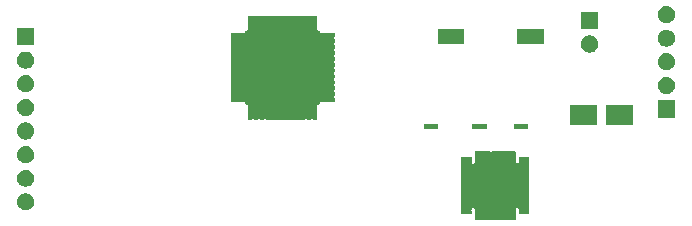
<source format=gbr>
G04 #@! TF.GenerationSoftware,KiCad,Pcbnew,5.1.5+dfsg1-2build2*
G04 #@! TF.CreationDate,2020-09-26T20:23:03-04:00*
G04 #@! TF.ProjectId,ece477,65636534-3737-42e6-9b69-6361645f7063,rev?*
G04 #@! TF.SameCoordinates,Original*
G04 #@! TF.FileFunction,Soldermask,Top*
G04 #@! TF.FilePolarity,Negative*
%FSLAX46Y46*%
G04 Gerber Fmt 4.6, Leading zero omitted, Abs format (unit mm)*
G04 Created by KiCad (PCBNEW 5.1.5+dfsg1-2build2) date 2020-09-26 20:23:03*
%MOMM*%
%LPD*%
G04 APERTURE LIST*
%ADD10C,0.100000*%
G04 APERTURE END LIST*
D10*
G36*
X129567189Y-119100018D02*
G01*
X129587749Y-119104107D01*
X129612253Y-119104107D01*
X129632812Y-119100018D01*
X129643143Y-119099000D01*
X129906857Y-119099000D01*
X129917189Y-119100018D01*
X129937749Y-119104107D01*
X129962253Y-119104107D01*
X129982812Y-119100018D01*
X129993143Y-119099000D01*
X130256857Y-119099000D01*
X130267189Y-119100018D01*
X130287749Y-119104107D01*
X130312253Y-119104107D01*
X130332812Y-119100018D01*
X130343143Y-119099000D01*
X130606857Y-119099000D01*
X130617189Y-119100018D01*
X130637749Y-119104107D01*
X130662253Y-119104107D01*
X130682812Y-119100018D01*
X130693143Y-119099000D01*
X130956857Y-119099000D01*
X130967189Y-119100018D01*
X130987749Y-119104107D01*
X131012253Y-119104107D01*
X131032812Y-119100018D01*
X131043143Y-119099000D01*
X131306857Y-119099000D01*
X131317189Y-119100018D01*
X131337749Y-119104107D01*
X131362253Y-119104107D01*
X131382812Y-119100018D01*
X131393143Y-119099000D01*
X131656857Y-119099000D01*
X131667189Y-119100018D01*
X131687749Y-119104107D01*
X131712253Y-119104107D01*
X131732812Y-119100018D01*
X131743143Y-119099000D01*
X132006857Y-119099000D01*
X132017189Y-119100018D01*
X132037749Y-119104107D01*
X132062253Y-119104107D01*
X132082812Y-119100018D01*
X132093143Y-119099000D01*
X132356857Y-119099000D01*
X132367189Y-119100018D01*
X132387749Y-119104107D01*
X132412253Y-119104107D01*
X132432812Y-119100018D01*
X132443143Y-119099000D01*
X132706857Y-119099000D01*
X132715416Y-119099843D01*
X132717745Y-119100550D01*
X132719887Y-119101695D01*
X132721765Y-119103235D01*
X132723305Y-119105113D01*
X132724450Y-119107255D01*
X132725157Y-119109584D01*
X132726000Y-119118143D01*
X132726000Y-119988000D01*
X132726121Y-119988000D01*
X132726120Y-120005123D01*
X132730899Y-120029157D01*
X132740274Y-120051796D01*
X132753887Y-120072171D01*
X132771212Y-120089500D01*
X132791586Y-120103115D01*
X132804018Y-120108264D01*
X132815078Y-120114176D01*
X132837717Y-120123553D01*
X132861750Y-120128333D01*
X132886254Y-120128333D01*
X132910287Y-120123552D01*
X132932926Y-120114175D01*
X132953300Y-120100561D01*
X132970627Y-120083234D01*
X132984241Y-120062859D01*
X132993618Y-120040220D01*
X132999000Y-120003936D01*
X132999000Y-119943143D01*
X133000018Y-119932811D01*
X133004107Y-119912251D01*
X133004107Y-119887747D01*
X133000018Y-119867188D01*
X132999000Y-119856857D01*
X132999000Y-119593143D01*
X132999843Y-119584584D01*
X133000550Y-119582255D01*
X133001695Y-119580113D01*
X133003235Y-119578235D01*
X133005113Y-119576695D01*
X133007255Y-119575550D01*
X133009584Y-119574843D01*
X133018143Y-119574000D01*
X133881857Y-119574000D01*
X133890416Y-119574843D01*
X133892745Y-119575550D01*
X133894887Y-119576695D01*
X133896765Y-119578235D01*
X133898305Y-119580113D01*
X133899450Y-119582255D01*
X133900157Y-119584584D01*
X133901000Y-119593143D01*
X133901000Y-119856857D01*
X133899982Y-119867189D01*
X133895893Y-119887749D01*
X133895893Y-119912253D01*
X133899982Y-119932812D01*
X133901000Y-119943143D01*
X133901000Y-120206857D01*
X133899982Y-120217189D01*
X133895893Y-120237749D01*
X133895893Y-120262253D01*
X133899982Y-120282812D01*
X133901000Y-120293143D01*
X133901000Y-120556857D01*
X133899982Y-120567189D01*
X133895893Y-120587749D01*
X133895893Y-120612253D01*
X133899982Y-120632812D01*
X133901000Y-120643143D01*
X133901000Y-120906857D01*
X133899982Y-120917189D01*
X133895893Y-120937749D01*
X133895893Y-120962253D01*
X133899982Y-120982812D01*
X133901000Y-120993143D01*
X133901000Y-121256857D01*
X133899982Y-121267189D01*
X133895893Y-121287749D01*
X133895893Y-121312253D01*
X133899982Y-121332812D01*
X133901000Y-121343143D01*
X133901000Y-121606857D01*
X133899982Y-121617189D01*
X133895893Y-121637749D01*
X133895893Y-121662253D01*
X133899982Y-121682812D01*
X133901000Y-121693143D01*
X133901000Y-121956857D01*
X133899982Y-121967189D01*
X133895893Y-121987749D01*
X133895893Y-122012253D01*
X133899982Y-122032812D01*
X133901000Y-122043143D01*
X133901000Y-122306857D01*
X133899982Y-122317189D01*
X133895893Y-122337749D01*
X133895893Y-122362253D01*
X133899982Y-122382812D01*
X133901000Y-122393143D01*
X133901000Y-122656857D01*
X133899982Y-122667189D01*
X133895893Y-122687749D01*
X133895893Y-122712253D01*
X133899982Y-122732812D01*
X133901000Y-122743143D01*
X133901000Y-123006857D01*
X133899982Y-123017189D01*
X133895893Y-123037749D01*
X133895893Y-123062253D01*
X133899982Y-123082812D01*
X133901000Y-123093143D01*
X133901000Y-123356857D01*
X133899982Y-123367189D01*
X133895893Y-123387749D01*
X133895893Y-123412253D01*
X133899982Y-123432812D01*
X133901000Y-123443143D01*
X133901000Y-123706857D01*
X133899982Y-123717189D01*
X133895893Y-123737749D01*
X133895893Y-123762253D01*
X133899982Y-123782812D01*
X133901000Y-123793143D01*
X133901000Y-124056857D01*
X133899982Y-124067189D01*
X133895893Y-124087749D01*
X133895893Y-124112253D01*
X133899982Y-124132812D01*
X133901000Y-124143143D01*
X133901000Y-124406857D01*
X133900157Y-124415416D01*
X133899450Y-124417745D01*
X133898305Y-124419887D01*
X133896765Y-124421765D01*
X133894887Y-124423305D01*
X133892745Y-124424450D01*
X133890416Y-124425157D01*
X133881857Y-124426000D01*
X133018143Y-124426000D01*
X133009584Y-124425157D01*
X133007255Y-124424450D01*
X133005113Y-124423305D01*
X133003235Y-124421765D01*
X133001695Y-124419887D01*
X133000550Y-124417745D01*
X132999843Y-124415416D01*
X132999000Y-124406857D01*
X132999000Y-124143143D01*
X133000018Y-124132811D01*
X133004107Y-124112251D01*
X133004107Y-124087747D01*
X133000018Y-124067188D01*
X132999000Y-124056857D01*
X132999000Y-123996064D01*
X132996598Y-123971678D01*
X132989485Y-123948229D01*
X132977934Y-123926618D01*
X132962389Y-123907676D01*
X132943447Y-123892131D01*
X132921836Y-123880580D01*
X132898387Y-123873467D01*
X132874001Y-123871065D01*
X132849615Y-123873467D01*
X132815078Y-123885824D01*
X132804024Y-123891732D01*
X132791599Y-123896878D01*
X132771224Y-123910491D01*
X132753896Y-123927817D01*
X132740282Y-123948190D01*
X132730903Y-123970829D01*
X132726122Y-123994862D01*
X132726122Y-124012000D01*
X132726000Y-124012000D01*
X132726000Y-124881857D01*
X132725157Y-124890416D01*
X132724450Y-124892745D01*
X132723305Y-124894887D01*
X132721765Y-124896765D01*
X132719887Y-124898305D01*
X132717745Y-124899450D01*
X132715416Y-124900157D01*
X132706857Y-124901000D01*
X132443143Y-124901000D01*
X132432811Y-124899982D01*
X132412251Y-124895893D01*
X132387747Y-124895893D01*
X132367188Y-124899982D01*
X132356857Y-124901000D01*
X132093143Y-124901000D01*
X132082811Y-124899982D01*
X132062251Y-124895893D01*
X132037747Y-124895893D01*
X132017188Y-124899982D01*
X132006857Y-124901000D01*
X131743143Y-124901000D01*
X131732811Y-124899982D01*
X131712251Y-124895893D01*
X131687747Y-124895893D01*
X131667188Y-124899982D01*
X131656857Y-124901000D01*
X131393143Y-124901000D01*
X131382811Y-124899982D01*
X131362251Y-124895893D01*
X131337747Y-124895893D01*
X131317188Y-124899982D01*
X131306857Y-124901000D01*
X131043143Y-124901000D01*
X131032811Y-124899982D01*
X131012251Y-124895893D01*
X130987747Y-124895893D01*
X130967188Y-124899982D01*
X130956857Y-124901000D01*
X130693143Y-124901000D01*
X130682811Y-124899982D01*
X130662251Y-124895893D01*
X130637747Y-124895893D01*
X130617188Y-124899982D01*
X130606857Y-124901000D01*
X130343143Y-124901000D01*
X130332811Y-124899982D01*
X130312251Y-124895893D01*
X130287747Y-124895893D01*
X130267188Y-124899982D01*
X130256857Y-124901000D01*
X129993143Y-124901000D01*
X129982811Y-124899982D01*
X129962251Y-124895893D01*
X129937747Y-124895893D01*
X129917188Y-124899982D01*
X129906857Y-124901000D01*
X129643143Y-124901000D01*
X129632811Y-124899982D01*
X129612251Y-124895893D01*
X129587747Y-124895893D01*
X129567188Y-124899982D01*
X129556857Y-124901000D01*
X129293143Y-124901000D01*
X129284584Y-124900157D01*
X129282255Y-124899450D01*
X129280113Y-124898305D01*
X129278235Y-124896765D01*
X129276695Y-124894887D01*
X129275550Y-124892745D01*
X129274843Y-124890416D01*
X129274000Y-124881857D01*
X129274000Y-124012000D01*
X129273879Y-124012000D01*
X129273880Y-123994877D01*
X129269101Y-123970843D01*
X129259726Y-123948204D01*
X129246113Y-123927829D01*
X129228788Y-123910500D01*
X129208414Y-123896885D01*
X129195982Y-123891736D01*
X129184922Y-123885824D01*
X129162283Y-123876447D01*
X129138250Y-123871667D01*
X129113746Y-123871667D01*
X129089713Y-123876448D01*
X129067074Y-123885825D01*
X129046700Y-123899439D01*
X129029373Y-123916766D01*
X129015759Y-123937141D01*
X129006382Y-123959780D01*
X129001000Y-123996064D01*
X129001000Y-124056857D01*
X128999982Y-124067189D01*
X128995893Y-124087749D01*
X128995893Y-124112253D01*
X128999982Y-124132812D01*
X129001000Y-124143143D01*
X129001000Y-124406857D01*
X129000157Y-124415416D01*
X128999450Y-124417745D01*
X128998305Y-124419887D01*
X128996765Y-124421765D01*
X128994887Y-124423305D01*
X128992745Y-124424450D01*
X128990416Y-124425157D01*
X128981857Y-124426000D01*
X128118143Y-124426000D01*
X128109584Y-124425157D01*
X128107255Y-124424450D01*
X128105113Y-124423305D01*
X128103235Y-124421765D01*
X128101695Y-124419887D01*
X128100550Y-124417745D01*
X128099843Y-124415416D01*
X128099000Y-124406857D01*
X128099000Y-124143143D01*
X128100018Y-124132811D01*
X128104107Y-124112251D01*
X128104107Y-124087747D01*
X128100018Y-124067188D01*
X128099000Y-124056857D01*
X128099000Y-123793143D01*
X128100018Y-123782811D01*
X128104107Y-123762251D01*
X128104107Y-123737747D01*
X128100018Y-123717188D01*
X128099000Y-123706857D01*
X128099000Y-123443143D01*
X128100018Y-123432811D01*
X128104107Y-123412251D01*
X128104107Y-123387747D01*
X128100018Y-123367188D01*
X128099000Y-123356857D01*
X128099000Y-123093143D01*
X128100018Y-123082811D01*
X128104107Y-123062251D01*
X128104107Y-123037747D01*
X128100018Y-123017188D01*
X128099000Y-123006857D01*
X128099000Y-122743143D01*
X128100018Y-122732811D01*
X128104107Y-122712251D01*
X128104107Y-122687747D01*
X128100018Y-122667188D01*
X128099000Y-122656857D01*
X128099000Y-122393143D01*
X128100018Y-122382811D01*
X128104107Y-122362251D01*
X128104107Y-122337747D01*
X128100018Y-122317188D01*
X128099000Y-122306857D01*
X128099000Y-122043143D01*
X128100018Y-122032811D01*
X128104107Y-122012251D01*
X128104107Y-121987747D01*
X128100018Y-121967188D01*
X128099000Y-121956857D01*
X128099000Y-121693143D01*
X128100018Y-121682811D01*
X128104107Y-121662251D01*
X128104107Y-121637747D01*
X128100018Y-121617188D01*
X128099000Y-121606857D01*
X128099000Y-121343143D01*
X128100018Y-121332811D01*
X128104107Y-121312251D01*
X128104107Y-121287747D01*
X128100018Y-121267188D01*
X128099000Y-121256857D01*
X128099000Y-120993143D01*
X128100018Y-120982811D01*
X128104107Y-120962251D01*
X128104107Y-120937747D01*
X128100018Y-120917188D01*
X128099000Y-120906857D01*
X128099000Y-120643143D01*
X128100018Y-120632811D01*
X128104107Y-120612251D01*
X128104107Y-120587747D01*
X128100018Y-120567188D01*
X128099000Y-120556857D01*
X128099000Y-120293143D01*
X128100018Y-120282811D01*
X128104107Y-120262251D01*
X128104107Y-120237747D01*
X128100018Y-120217188D01*
X128099000Y-120206857D01*
X128099000Y-119943143D01*
X128100018Y-119932811D01*
X128104107Y-119912251D01*
X128104107Y-119887747D01*
X128100018Y-119867188D01*
X128099000Y-119856857D01*
X128099000Y-119593143D01*
X128099843Y-119584584D01*
X128100550Y-119582255D01*
X128101695Y-119580113D01*
X128103235Y-119578235D01*
X128105113Y-119576695D01*
X128107255Y-119575550D01*
X128109584Y-119574843D01*
X128118143Y-119574000D01*
X128981857Y-119574000D01*
X128990416Y-119574843D01*
X128992745Y-119575550D01*
X128994887Y-119576695D01*
X128996765Y-119578235D01*
X128998305Y-119580113D01*
X128999450Y-119582255D01*
X129000157Y-119584584D01*
X129001000Y-119593143D01*
X129001000Y-119856857D01*
X128999982Y-119867189D01*
X128995893Y-119887749D01*
X128995893Y-119912253D01*
X128999982Y-119932812D01*
X129001000Y-119943143D01*
X129001000Y-120003936D01*
X129003402Y-120028322D01*
X129010515Y-120051771D01*
X129022066Y-120073382D01*
X129037611Y-120092324D01*
X129056553Y-120107869D01*
X129078164Y-120119420D01*
X129101613Y-120126533D01*
X129125999Y-120128935D01*
X129150385Y-120126533D01*
X129184922Y-120114176D01*
X129195976Y-120108268D01*
X129208401Y-120103122D01*
X129228776Y-120089509D01*
X129246104Y-120072183D01*
X129259718Y-120051810D01*
X129269097Y-120029171D01*
X129273878Y-120005138D01*
X129273878Y-119988000D01*
X129274000Y-119988000D01*
X129274000Y-119118143D01*
X129274843Y-119109584D01*
X129275550Y-119107255D01*
X129276695Y-119105113D01*
X129278235Y-119103235D01*
X129280113Y-119101695D01*
X129282255Y-119100550D01*
X129284584Y-119099843D01*
X129293143Y-119099000D01*
X129556857Y-119099000D01*
X129567189Y-119100018D01*
G37*
G36*
X91461766Y-122661899D02*
G01*
X91593888Y-122716626D01*
X91593890Y-122716627D01*
X91712798Y-122796079D01*
X91813921Y-122897202D01*
X91887190Y-123006857D01*
X91893374Y-123016112D01*
X91948101Y-123148234D01*
X91976000Y-123288494D01*
X91976000Y-123431506D01*
X91948101Y-123571766D01*
X91918136Y-123644107D01*
X91893373Y-123703890D01*
X91813921Y-123822798D01*
X91712798Y-123923921D01*
X91593890Y-124003373D01*
X91593889Y-124003374D01*
X91593888Y-124003374D01*
X91461766Y-124058101D01*
X91321506Y-124086000D01*
X91178494Y-124086000D01*
X91038234Y-124058101D01*
X90906112Y-124003374D01*
X90906111Y-124003374D01*
X90906110Y-124003373D01*
X90787202Y-123923921D01*
X90686079Y-123822798D01*
X90606627Y-123703890D01*
X90581864Y-123644107D01*
X90551899Y-123571766D01*
X90524000Y-123431506D01*
X90524000Y-123288494D01*
X90551899Y-123148234D01*
X90606626Y-123016112D01*
X90612810Y-123006857D01*
X90686079Y-122897202D01*
X90787202Y-122796079D01*
X90906110Y-122716627D01*
X90906112Y-122716626D01*
X91038234Y-122661899D01*
X91178494Y-122634000D01*
X91321506Y-122634000D01*
X91461766Y-122661899D01*
G37*
G36*
X91461766Y-120661899D02*
G01*
X91593888Y-120716626D01*
X91593890Y-120716627D01*
X91712798Y-120796079D01*
X91813921Y-120897202D01*
X91865236Y-120974000D01*
X91893374Y-121016112D01*
X91948101Y-121148234D01*
X91976000Y-121288494D01*
X91976000Y-121431506D01*
X91948101Y-121571766D01*
X91893374Y-121703888D01*
X91893373Y-121703890D01*
X91813921Y-121822798D01*
X91712798Y-121923921D01*
X91593890Y-122003373D01*
X91593889Y-122003374D01*
X91593888Y-122003374D01*
X91461766Y-122058101D01*
X91321506Y-122086000D01*
X91178494Y-122086000D01*
X91038234Y-122058101D01*
X90906112Y-122003374D01*
X90906111Y-122003374D01*
X90906110Y-122003373D01*
X90787202Y-121923921D01*
X90686079Y-121822798D01*
X90606627Y-121703890D01*
X90606626Y-121703888D01*
X90551899Y-121571766D01*
X90524000Y-121431506D01*
X90524000Y-121288494D01*
X90551899Y-121148234D01*
X90606626Y-121016112D01*
X90634764Y-120974000D01*
X90686079Y-120897202D01*
X90787202Y-120796079D01*
X90906110Y-120716627D01*
X90906112Y-120716626D01*
X91038234Y-120661899D01*
X91178494Y-120634000D01*
X91321506Y-120634000D01*
X91461766Y-120661899D01*
G37*
G36*
X91461766Y-118661899D02*
G01*
X91593888Y-118716626D01*
X91593890Y-118716627D01*
X91712798Y-118796079D01*
X91813921Y-118897202D01*
X91813922Y-118897204D01*
X91893374Y-119016112D01*
X91948101Y-119148234D01*
X91976000Y-119288494D01*
X91976000Y-119431506D01*
X91948101Y-119571766D01*
X91927870Y-119620607D01*
X91893373Y-119703890D01*
X91813921Y-119822798D01*
X91712798Y-119923921D01*
X91593890Y-120003373D01*
X91593889Y-120003374D01*
X91593888Y-120003374D01*
X91461766Y-120058101D01*
X91321506Y-120086000D01*
X91178494Y-120086000D01*
X91038234Y-120058101D01*
X90906112Y-120003374D01*
X90906111Y-120003374D01*
X90906110Y-120003373D01*
X90787202Y-119923921D01*
X90686079Y-119822798D01*
X90606627Y-119703890D01*
X90572130Y-119620607D01*
X90551899Y-119571766D01*
X90524000Y-119431506D01*
X90524000Y-119288494D01*
X90551899Y-119148234D01*
X90606626Y-119016112D01*
X90686078Y-118897204D01*
X90686079Y-118897202D01*
X90787202Y-118796079D01*
X90906110Y-118716627D01*
X90906112Y-118716626D01*
X91038234Y-118661899D01*
X91178494Y-118634000D01*
X91321506Y-118634000D01*
X91461766Y-118661899D01*
G37*
G36*
X91461766Y-116661899D02*
G01*
X91593888Y-116716626D01*
X91593890Y-116716627D01*
X91712798Y-116796079D01*
X91813921Y-116897202D01*
X91813922Y-116897204D01*
X91893374Y-117016112D01*
X91948101Y-117148234D01*
X91976000Y-117288494D01*
X91976000Y-117431506D01*
X91948101Y-117571766D01*
X91893374Y-117703888D01*
X91893373Y-117703890D01*
X91813921Y-117822798D01*
X91712798Y-117923921D01*
X91593890Y-118003373D01*
X91593889Y-118003374D01*
X91593888Y-118003374D01*
X91461766Y-118058101D01*
X91321506Y-118086000D01*
X91178494Y-118086000D01*
X91038234Y-118058101D01*
X90906112Y-118003374D01*
X90906111Y-118003374D01*
X90906110Y-118003373D01*
X90787202Y-117923921D01*
X90686079Y-117822798D01*
X90606627Y-117703890D01*
X90606626Y-117703888D01*
X90551899Y-117571766D01*
X90524000Y-117431506D01*
X90524000Y-117288494D01*
X90551899Y-117148234D01*
X90606626Y-117016112D01*
X90686078Y-116897204D01*
X90686079Y-116897202D01*
X90787202Y-116796079D01*
X90906110Y-116716627D01*
X90906112Y-116716626D01*
X91038234Y-116661899D01*
X91178494Y-116634000D01*
X91321506Y-116634000D01*
X91461766Y-116661899D01*
G37*
G36*
X133070170Y-116730803D02*
G01*
X133081877Y-116734355D01*
X133101077Y-116744617D01*
X133123716Y-116753994D01*
X133147749Y-116758774D01*
X133172253Y-116758774D01*
X133196286Y-116753993D01*
X133218923Y-116744617D01*
X133238123Y-116734355D01*
X133249830Y-116730803D01*
X133268138Y-116729000D01*
X133691862Y-116729000D01*
X133710170Y-116730803D01*
X133721875Y-116734354D01*
X133732665Y-116740121D01*
X133742119Y-116747881D01*
X133749879Y-116757335D01*
X133755646Y-116768125D01*
X133759197Y-116779830D01*
X133761000Y-116798138D01*
X133761000Y-117161862D01*
X133759197Y-117180170D01*
X133755646Y-117191875D01*
X133749879Y-117202665D01*
X133742119Y-117212119D01*
X133732665Y-117219879D01*
X133721875Y-117225646D01*
X133710170Y-117229197D01*
X133691862Y-117231000D01*
X133268138Y-117231000D01*
X133249830Y-117229197D01*
X133238123Y-117225645D01*
X133218923Y-117215383D01*
X133196284Y-117206006D01*
X133172251Y-117201226D01*
X133147747Y-117201226D01*
X133123714Y-117206007D01*
X133101077Y-117215383D01*
X133081877Y-117225645D01*
X133070170Y-117229197D01*
X133051862Y-117231000D01*
X132628138Y-117231000D01*
X132609830Y-117229197D01*
X132598125Y-117225646D01*
X132587335Y-117219879D01*
X132577881Y-117212119D01*
X132570121Y-117202665D01*
X132564354Y-117191875D01*
X132560803Y-117180170D01*
X132559000Y-117161862D01*
X132559000Y-116798138D01*
X132560803Y-116779830D01*
X132564354Y-116768125D01*
X132570121Y-116757335D01*
X132577881Y-116747881D01*
X132587335Y-116740121D01*
X132598125Y-116734354D01*
X132609830Y-116730803D01*
X132628138Y-116729000D01*
X133051862Y-116729000D01*
X133070170Y-116730803D01*
G37*
G36*
X129580170Y-116730803D02*
G01*
X129591877Y-116734355D01*
X129611077Y-116744617D01*
X129633716Y-116753994D01*
X129657749Y-116758774D01*
X129682253Y-116758774D01*
X129706286Y-116753993D01*
X129728923Y-116744617D01*
X129748123Y-116734355D01*
X129759830Y-116730803D01*
X129778138Y-116729000D01*
X130201862Y-116729000D01*
X130220170Y-116730803D01*
X130231875Y-116734354D01*
X130242665Y-116740121D01*
X130252119Y-116747881D01*
X130259879Y-116757335D01*
X130265646Y-116768125D01*
X130269197Y-116779830D01*
X130271000Y-116798138D01*
X130271000Y-117161862D01*
X130269197Y-117180170D01*
X130265646Y-117191875D01*
X130259879Y-117202665D01*
X130252119Y-117212119D01*
X130242665Y-117219879D01*
X130231875Y-117225646D01*
X130220170Y-117229197D01*
X130201862Y-117231000D01*
X129778138Y-117231000D01*
X129759830Y-117229197D01*
X129748123Y-117225645D01*
X129728923Y-117215383D01*
X129706284Y-117206006D01*
X129682251Y-117201226D01*
X129657747Y-117201226D01*
X129633714Y-117206007D01*
X129611077Y-117215383D01*
X129591877Y-117225645D01*
X129580170Y-117229197D01*
X129561862Y-117231000D01*
X129138138Y-117231000D01*
X129119830Y-117229197D01*
X129108125Y-117225646D01*
X129097335Y-117219879D01*
X129087881Y-117212119D01*
X129080121Y-117202665D01*
X129074354Y-117191875D01*
X129070803Y-117180170D01*
X129069000Y-117161862D01*
X129069000Y-116798138D01*
X129070803Y-116779830D01*
X129074354Y-116768125D01*
X129080121Y-116757335D01*
X129087881Y-116747881D01*
X129097335Y-116740121D01*
X129108125Y-116734354D01*
X129119830Y-116730803D01*
X129138138Y-116729000D01*
X129561862Y-116729000D01*
X129580170Y-116730803D01*
G37*
G36*
X125450170Y-116730803D02*
G01*
X125461877Y-116734355D01*
X125481077Y-116744617D01*
X125503716Y-116753994D01*
X125527749Y-116758774D01*
X125552253Y-116758774D01*
X125576286Y-116753993D01*
X125598923Y-116744617D01*
X125618123Y-116734355D01*
X125629830Y-116730803D01*
X125648138Y-116729000D01*
X126071862Y-116729000D01*
X126090170Y-116730803D01*
X126101875Y-116734354D01*
X126112665Y-116740121D01*
X126122119Y-116747881D01*
X126129879Y-116757335D01*
X126135646Y-116768125D01*
X126139197Y-116779830D01*
X126141000Y-116798138D01*
X126141000Y-117161862D01*
X126139197Y-117180170D01*
X126135646Y-117191875D01*
X126129879Y-117202665D01*
X126122119Y-117212119D01*
X126112665Y-117219879D01*
X126101875Y-117225646D01*
X126090170Y-117229197D01*
X126071862Y-117231000D01*
X125648138Y-117231000D01*
X125629830Y-117229197D01*
X125618123Y-117225645D01*
X125598923Y-117215383D01*
X125576284Y-117206006D01*
X125552251Y-117201226D01*
X125527747Y-117201226D01*
X125503714Y-117206007D01*
X125481077Y-117215383D01*
X125461877Y-117225645D01*
X125450170Y-117229197D01*
X125431862Y-117231000D01*
X125008138Y-117231000D01*
X124989830Y-117229197D01*
X124978125Y-117225646D01*
X124967335Y-117219879D01*
X124957881Y-117212119D01*
X124950121Y-117202665D01*
X124944354Y-117191875D01*
X124940803Y-117180170D01*
X124939000Y-117161862D01*
X124939000Y-116798138D01*
X124940803Y-116779830D01*
X124944354Y-116768125D01*
X124950121Y-116757335D01*
X124957881Y-116747881D01*
X124967335Y-116740121D01*
X124978125Y-116734354D01*
X124989830Y-116730803D01*
X125008138Y-116729000D01*
X125431862Y-116729000D01*
X125450170Y-116730803D01*
G37*
G36*
X139651000Y-116851000D02*
G01*
X137349000Y-116851000D01*
X137349000Y-115149000D01*
X139651000Y-115149000D01*
X139651000Y-116851000D01*
G37*
G36*
X142651000Y-116851000D02*
G01*
X140349000Y-116851000D01*
X140349000Y-115149000D01*
X142651000Y-115149000D01*
X142651000Y-116851000D01*
G37*
G36*
X110405355Y-107600083D02*
G01*
X110410029Y-107601501D01*
X110414330Y-107603800D01*
X110420702Y-107609029D01*
X110441076Y-107622643D01*
X110463715Y-107632020D01*
X110487749Y-107636800D01*
X110512253Y-107636800D01*
X110536286Y-107632019D01*
X110558925Y-107622642D01*
X110579298Y-107609029D01*
X110585670Y-107603800D01*
X110589971Y-107601501D01*
X110594645Y-107600083D01*
X110605641Y-107599000D01*
X110894359Y-107599000D01*
X110905355Y-107600083D01*
X110910029Y-107601501D01*
X110914330Y-107603800D01*
X110920702Y-107609029D01*
X110941076Y-107622643D01*
X110963715Y-107632020D01*
X110987749Y-107636800D01*
X111012253Y-107636800D01*
X111036286Y-107632019D01*
X111058925Y-107622642D01*
X111079298Y-107609029D01*
X111085670Y-107603800D01*
X111089971Y-107601501D01*
X111094645Y-107600083D01*
X111105641Y-107599000D01*
X111394359Y-107599000D01*
X111405355Y-107600083D01*
X111410029Y-107601501D01*
X111414330Y-107603800D01*
X111420702Y-107609029D01*
X111441076Y-107622643D01*
X111463715Y-107632020D01*
X111487749Y-107636800D01*
X111512253Y-107636800D01*
X111536286Y-107632019D01*
X111558925Y-107622642D01*
X111579298Y-107609029D01*
X111585670Y-107603800D01*
X111589971Y-107601501D01*
X111594645Y-107600083D01*
X111605641Y-107599000D01*
X111894359Y-107599000D01*
X111905355Y-107600083D01*
X111910029Y-107601501D01*
X111914330Y-107603800D01*
X111920702Y-107609029D01*
X111941076Y-107622643D01*
X111963715Y-107632020D01*
X111987749Y-107636800D01*
X112012253Y-107636800D01*
X112036286Y-107632019D01*
X112058925Y-107622642D01*
X112079298Y-107609029D01*
X112085670Y-107603800D01*
X112089971Y-107601501D01*
X112094645Y-107600083D01*
X112105641Y-107599000D01*
X112394359Y-107599000D01*
X112405355Y-107600083D01*
X112410029Y-107601501D01*
X112414330Y-107603800D01*
X112420702Y-107609029D01*
X112441076Y-107622643D01*
X112463715Y-107632020D01*
X112487749Y-107636800D01*
X112512253Y-107636800D01*
X112536286Y-107632019D01*
X112558925Y-107622642D01*
X112579298Y-107609029D01*
X112585670Y-107603800D01*
X112589971Y-107601501D01*
X112594645Y-107600083D01*
X112605641Y-107599000D01*
X112894359Y-107599000D01*
X112905355Y-107600083D01*
X112910029Y-107601501D01*
X112914330Y-107603800D01*
X112920702Y-107609029D01*
X112941076Y-107622643D01*
X112963715Y-107632020D01*
X112987749Y-107636800D01*
X113012253Y-107636800D01*
X113036286Y-107632019D01*
X113058925Y-107622642D01*
X113079298Y-107609029D01*
X113085670Y-107603800D01*
X113089971Y-107601501D01*
X113094645Y-107600083D01*
X113105641Y-107599000D01*
X113394359Y-107599000D01*
X113405355Y-107600083D01*
X113410029Y-107601501D01*
X113414330Y-107603800D01*
X113420702Y-107609029D01*
X113441076Y-107622643D01*
X113463715Y-107632020D01*
X113487749Y-107636800D01*
X113512253Y-107636800D01*
X113536286Y-107632019D01*
X113558925Y-107622642D01*
X113579298Y-107609029D01*
X113585670Y-107603800D01*
X113589971Y-107601501D01*
X113594645Y-107600083D01*
X113605641Y-107599000D01*
X113894359Y-107599000D01*
X113905355Y-107600083D01*
X113910029Y-107601501D01*
X113914330Y-107603800D01*
X113920702Y-107609029D01*
X113941076Y-107622643D01*
X113963715Y-107632020D01*
X113987749Y-107636800D01*
X114012253Y-107636800D01*
X114036286Y-107632019D01*
X114058925Y-107622642D01*
X114079298Y-107609029D01*
X114085670Y-107603800D01*
X114089971Y-107601501D01*
X114094645Y-107600083D01*
X114105641Y-107599000D01*
X114394359Y-107599000D01*
X114405355Y-107600083D01*
X114410029Y-107601501D01*
X114414330Y-107603800D01*
X114420702Y-107609029D01*
X114441076Y-107622643D01*
X114463715Y-107632020D01*
X114487749Y-107636800D01*
X114512253Y-107636800D01*
X114536286Y-107632019D01*
X114558925Y-107622642D01*
X114579298Y-107609029D01*
X114585670Y-107603800D01*
X114589971Y-107601501D01*
X114594645Y-107600083D01*
X114605641Y-107599000D01*
X114894359Y-107599000D01*
X114905355Y-107600083D01*
X114910029Y-107601501D01*
X114914330Y-107603800D01*
X114920702Y-107609029D01*
X114941076Y-107622643D01*
X114963715Y-107632020D01*
X114987749Y-107636800D01*
X115012253Y-107636800D01*
X115036286Y-107632019D01*
X115058925Y-107622642D01*
X115079298Y-107609029D01*
X115085670Y-107603800D01*
X115089971Y-107601501D01*
X115094645Y-107600083D01*
X115105641Y-107599000D01*
X115394359Y-107599000D01*
X115405355Y-107600083D01*
X115410029Y-107601501D01*
X115414330Y-107603800D01*
X115420702Y-107609029D01*
X115441076Y-107622643D01*
X115463715Y-107632020D01*
X115487749Y-107636800D01*
X115512253Y-107636800D01*
X115536286Y-107632019D01*
X115558925Y-107622642D01*
X115579298Y-107609029D01*
X115585670Y-107603800D01*
X115589971Y-107601501D01*
X115594645Y-107600083D01*
X115605641Y-107599000D01*
X115894359Y-107599000D01*
X115905355Y-107600083D01*
X115910029Y-107601501D01*
X115914331Y-107603800D01*
X115918104Y-107606896D01*
X115921200Y-107610669D01*
X115923499Y-107614971D01*
X115924917Y-107619645D01*
X115926000Y-107630641D01*
X115926000Y-108619359D01*
X115924917Y-108630355D01*
X115923499Y-108635029D01*
X115921200Y-108639330D01*
X115916671Y-108644849D01*
X115903057Y-108665223D01*
X115893680Y-108687862D01*
X115888899Y-108711895D01*
X115888899Y-108736400D01*
X115893679Y-108760433D01*
X115903057Y-108783072D01*
X115916670Y-108803446D01*
X115933997Y-108820773D01*
X115954371Y-108834387D01*
X115977010Y-108843764D01*
X116001045Y-108848545D01*
X116038840Y-108852267D01*
X116064836Y-108860153D01*
X116088803Y-108872964D01*
X116109803Y-108890197D01*
X116127036Y-108911197D01*
X116139847Y-108935164D01*
X116147733Y-108961160D01*
X116151455Y-108998955D01*
X116156235Y-109022988D01*
X116165612Y-109045627D01*
X116179226Y-109066002D01*
X116196553Y-109083329D01*
X116216927Y-109096943D01*
X116239566Y-109106320D01*
X116263599Y-109111101D01*
X116288103Y-109111101D01*
X116312136Y-109106321D01*
X116334775Y-109096944D01*
X116355151Y-109083329D01*
X116360670Y-109078800D01*
X116364971Y-109076501D01*
X116369645Y-109075083D01*
X116380641Y-109074000D01*
X117369359Y-109074000D01*
X117380355Y-109075083D01*
X117385029Y-109076501D01*
X117389331Y-109078800D01*
X117393104Y-109081896D01*
X117396200Y-109085669D01*
X117398499Y-109089971D01*
X117399917Y-109094645D01*
X117401000Y-109105641D01*
X117401000Y-109394359D01*
X117399917Y-109405355D01*
X117398499Y-109410029D01*
X117396200Y-109414330D01*
X117390971Y-109420702D01*
X117377357Y-109441076D01*
X117367980Y-109463715D01*
X117363200Y-109487749D01*
X117363200Y-109512253D01*
X117367981Y-109536286D01*
X117377358Y-109558925D01*
X117390971Y-109579298D01*
X117396200Y-109585670D01*
X117398499Y-109589971D01*
X117399917Y-109594645D01*
X117401000Y-109605641D01*
X117401000Y-109894359D01*
X117399917Y-109905355D01*
X117398499Y-109910029D01*
X117396200Y-109914330D01*
X117390971Y-109920702D01*
X117377357Y-109941076D01*
X117367980Y-109963715D01*
X117363200Y-109987749D01*
X117363200Y-110012253D01*
X117367981Y-110036286D01*
X117377358Y-110058925D01*
X117390971Y-110079298D01*
X117396200Y-110085670D01*
X117398499Y-110089971D01*
X117399917Y-110094645D01*
X117401000Y-110105641D01*
X117401000Y-110394359D01*
X117399917Y-110405355D01*
X117398499Y-110410029D01*
X117396200Y-110414330D01*
X117390971Y-110420702D01*
X117377357Y-110441076D01*
X117367980Y-110463715D01*
X117363200Y-110487749D01*
X117363200Y-110512253D01*
X117367981Y-110536286D01*
X117377358Y-110558925D01*
X117390971Y-110579298D01*
X117396200Y-110585670D01*
X117398499Y-110589971D01*
X117399917Y-110594645D01*
X117401000Y-110605641D01*
X117401000Y-110894359D01*
X117399917Y-110905355D01*
X117398499Y-110910029D01*
X117396200Y-110914330D01*
X117390971Y-110920702D01*
X117377357Y-110941076D01*
X117367980Y-110963715D01*
X117363200Y-110987749D01*
X117363200Y-111012253D01*
X117367981Y-111036286D01*
X117377358Y-111058925D01*
X117390971Y-111079298D01*
X117396200Y-111085670D01*
X117398499Y-111089971D01*
X117399917Y-111094645D01*
X117401000Y-111105641D01*
X117401000Y-111394359D01*
X117399917Y-111405355D01*
X117398499Y-111410029D01*
X117396200Y-111414330D01*
X117390971Y-111420702D01*
X117377357Y-111441076D01*
X117367980Y-111463715D01*
X117363200Y-111487749D01*
X117363200Y-111512253D01*
X117367981Y-111536286D01*
X117377358Y-111558925D01*
X117390971Y-111579298D01*
X117396200Y-111585670D01*
X117398499Y-111589971D01*
X117399917Y-111594645D01*
X117401000Y-111605641D01*
X117401000Y-111894359D01*
X117399917Y-111905355D01*
X117398499Y-111910029D01*
X117396200Y-111914330D01*
X117390971Y-111920702D01*
X117377357Y-111941076D01*
X117367980Y-111963715D01*
X117363200Y-111987749D01*
X117363200Y-112012253D01*
X117367981Y-112036286D01*
X117377358Y-112058925D01*
X117390971Y-112079298D01*
X117396200Y-112085670D01*
X117398499Y-112089971D01*
X117399917Y-112094645D01*
X117401000Y-112105641D01*
X117401000Y-112394359D01*
X117399917Y-112405355D01*
X117398499Y-112410029D01*
X117396200Y-112414330D01*
X117390971Y-112420702D01*
X117377357Y-112441076D01*
X117367980Y-112463715D01*
X117363200Y-112487749D01*
X117363200Y-112512253D01*
X117367981Y-112536286D01*
X117377358Y-112558925D01*
X117390971Y-112579298D01*
X117396200Y-112585670D01*
X117398499Y-112589971D01*
X117399917Y-112594645D01*
X117401000Y-112605641D01*
X117401000Y-112894359D01*
X117399917Y-112905355D01*
X117398499Y-112910029D01*
X117396200Y-112914330D01*
X117390971Y-112920702D01*
X117377357Y-112941076D01*
X117367980Y-112963715D01*
X117363200Y-112987749D01*
X117363200Y-113012253D01*
X117367981Y-113036286D01*
X117377358Y-113058925D01*
X117390971Y-113079298D01*
X117396200Y-113085670D01*
X117398499Y-113089971D01*
X117399917Y-113094645D01*
X117401000Y-113105641D01*
X117401000Y-113394359D01*
X117399917Y-113405355D01*
X117398499Y-113410029D01*
X117396200Y-113414330D01*
X117390971Y-113420702D01*
X117377357Y-113441076D01*
X117367980Y-113463715D01*
X117363200Y-113487749D01*
X117363200Y-113512253D01*
X117367981Y-113536286D01*
X117377358Y-113558925D01*
X117390971Y-113579298D01*
X117396200Y-113585670D01*
X117398499Y-113589971D01*
X117399917Y-113594645D01*
X117401000Y-113605641D01*
X117401000Y-113894359D01*
X117399917Y-113905355D01*
X117398499Y-113910029D01*
X117396200Y-113914330D01*
X117390971Y-113920702D01*
X117377357Y-113941076D01*
X117367980Y-113963715D01*
X117363200Y-113987749D01*
X117363200Y-114012253D01*
X117367981Y-114036286D01*
X117377358Y-114058925D01*
X117390971Y-114079298D01*
X117396200Y-114085670D01*
X117398499Y-114089971D01*
X117399917Y-114094645D01*
X117401000Y-114105641D01*
X117401000Y-114394359D01*
X117399917Y-114405355D01*
X117398499Y-114410029D01*
X117396200Y-114414330D01*
X117390971Y-114420702D01*
X117377357Y-114441076D01*
X117367980Y-114463715D01*
X117363200Y-114487749D01*
X117363200Y-114512253D01*
X117367981Y-114536286D01*
X117377358Y-114558925D01*
X117390971Y-114579298D01*
X117396200Y-114585670D01*
X117398499Y-114589971D01*
X117399917Y-114594645D01*
X117401000Y-114605641D01*
X117401000Y-114894359D01*
X117399917Y-114905355D01*
X117398499Y-114910029D01*
X117396200Y-114914331D01*
X117393104Y-114918104D01*
X117389331Y-114921200D01*
X117385029Y-114923499D01*
X117380355Y-114924917D01*
X117369359Y-114926000D01*
X116380641Y-114926000D01*
X116369645Y-114924917D01*
X116364971Y-114923499D01*
X116360670Y-114921200D01*
X116355151Y-114916671D01*
X116334777Y-114903057D01*
X116312138Y-114893680D01*
X116288105Y-114888899D01*
X116263600Y-114888899D01*
X116239567Y-114893679D01*
X116216928Y-114903057D01*
X116196554Y-114916670D01*
X116179227Y-114933997D01*
X116165613Y-114954371D01*
X116156236Y-114977010D01*
X116151455Y-115001045D01*
X116147733Y-115038840D01*
X116139847Y-115064836D01*
X116127036Y-115088803D01*
X116109803Y-115109803D01*
X116088803Y-115127036D01*
X116064836Y-115139847D01*
X116038840Y-115147733D01*
X116001045Y-115151455D01*
X115977012Y-115156235D01*
X115954373Y-115165612D01*
X115933998Y-115179226D01*
X115916671Y-115196553D01*
X115903057Y-115216927D01*
X115893680Y-115239566D01*
X115888899Y-115263599D01*
X115888899Y-115288103D01*
X115893679Y-115312136D01*
X115903056Y-115334775D01*
X115916671Y-115355151D01*
X115921200Y-115360670D01*
X115923499Y-115364971D01*
X115924917Y-115369645D01*
X115926000Y-115380641D01*
X115926000Y-116369359D01*
X115924917Y-116380355D01*
X115923499Y-116385029D01*
X115921200Y-116389331D01*
X115918104Y-116393104D01*
X115914331Y-116396200D01*
X115910029Y-116398499D01*
X115905355Y-116399917D01*
X115894359Y-116401000D01*
X115605641Y-116401000D01*
X115594645Y-116399917D01*
X115589971Y-116398499D01*
X115585670Y-116396200D01*
X115579298Y-116390971D01*
X115558924Y-116377357D01*
X115536285Y-116367980D01*
X115512251Y-116363200D01*
X115487747Y-116363200D01*
X115463714Y-116367981D01*
X115441075Y-116377358D01*
X115420702Y-116390971D01*
X115414330Y-116396200D01*
X115410029Y-116398499D01*
X115405355Y-116399917D01*
X115394359Y-116401000D01*
X115105641Y-116401000D01*
X115094645Y-116399917D01*
X115089971Y-116398499D01*
X115085670Y-116396200D01*
X115079298Y-116390971D01*
X115058924Y-116377357D01*
X115036285Y-116367980D01*
X115012251Y-116363200D01*
X114987747Y-116363200D01*
X114963714Y-116367981D01*
X114941075Y-116377358D01*
X114920702Y-116390971D01*
X114914330Y-116396200D01*
X114910029Y-116398499D01*
X114905355Y-116399917D01*
X114894359Y-116401000D01*
X114605641Y-116401000D01*
X114594645Y-116399917D01*
X114589971Y-116398499D01*
X114585670Y-116396200D01*
X114579298Y-116390971D01*
X114558924Y-116377357D01*
X114536285Y-116367980D01*
X114512251Y-116363200D01*
X114487747Y-116363200D01*
X114463714Y-116367981D01*
X114441075Y-116377358D01*
X114420702Y-116390971D01*
X114414330Y-116396200D01*
X114410029Y-116398499D01*
X114405355Y-116399917D01*
X114394359Y-116401000D01*
X114105641Y-116401000D01*
X114094645Y-116399917D01*
X114089971Y-116398499D01*
X114085670Y-116396200D01*
X114079298Y-116390971D01*
X114058924Y-116377357D01*
X114036285Y-116367980D01*
X114012251Y-116363200D01*
X113987747Y-116363200D01*
X113963714Y-116367981D01*
X113941075Y-116377358D01*
X113920702Y-116390971D01*
X113914330Y-116396200D01*
X113910029Y-116398499D01*
X113905355Y-116399917D01*
X113894359Y-116401000D01*
X113605641Y-116401000D01*
X113594645Y-116399917D01*
X113589971Y-116398499D01*
X113585670Y-116396200D01*
X113579298Y-116390971D01*
X113558924Y-116377357D01*
X113536285Y-116367980D01*
X113512251Y-116363200D01*
X113487747Y-116363200D01*
X113463714Y-116367981D01*
X113441075Y-116377358D01*
X113420702Y-116390971D01*
X113414330Y-116396200D01*
X113410029Y-116398499D01*
X113405355Y-116399917D01*
X113394359Y-116401000D01*
X113105641Y-116401000D01*
X113094645Y-116399917D01*
X113089971Y-116398499D01*
X113085670Y-116396200D01*
X113079298Y-116390971D01*
X113058924Y-116377357D01*
X113036285Y-116367980D01*
X113012251Y-116363200D01*
X112987747Y-116363200D01*
X112963714Y-116367981D01*
X112941075Y-116377358D01*
X112920702Y-116390971D01*
X112914330Y-116396200D01*
X112910029Y-116398499D01*
X112905355Y-116399917D01*
X112894359Y-116401000D01*
X112605641Y-116401000D01*
X112594645Y-116399917D01*
X112589971Y-116398499D01*
X112585670Y-116396200D01*
X112579298Y-116390971D01*
X112558924Y-116377357D01*
X112536285Y-116367980D01*
X112512251Y-116363200D01*
X112487747Y-116363200D01*
X112463714Y-116367981D01*
X112441075Y-116377358D01*
X112420702Y-116390971D01*
X112414330Y-116396200D01*
X112410029Y-116398499D01*
X112405355Y-116399917D01*
X112394359Y-116401000D01*
X112105641Y-116401000D01*
X112094645Y-116399917D01*
X112089971Y-116398499D01*
X112085670Y-116396200D01*
X112079298Y-116390971D01*
X112058924Y-116377357D01*
X112036285Y-116367980D01*
X112012251Y-116363200D01*
X111987747Y-116363200D01*
X111963714Y-116367981D01*
X111941075Y-116377358D01*
X111920702Y-116390971D01*
X111914330Y-116396200D01*
X111910029Y-116398499D01*
X111905355Y-116399917D01*
X111894359Y-116401000D01*
X111605641Y-116401000D01*
X111594645Y-116399917D01*
X111589971Y-116398499D01*
X111585670Y-116396200D01*
X111579298Y-116390971D01*
X111558924Y-116377357D01*
X111536285Y-116367980D01*
X111512251Y-116363200D01*
X111487747Y-116363200D01*
X111463714Y-116367981D01*
X111441075Y-116377358D01*
X111420702Y-116390971D01*
X111414330Y-116396200D01*
X111410029Y-116398499D01*
X111405355Y-116399917D01*
X111394359Y-116401000D01*
X111105641Y-116401000D01*
X111094645Y-116399917D01*
X111089971Y-116398499D01*
X111085670Y-116396200D01*
X111079298Y-116390971D01*
X111058924Y-116377357D01*
X111036285Y-116367980D01*
X111012251Y-116363200D01*
X110987747Y-116363200D01*
X110963714Y-116367981D01*
X110941075Y-116377358D01*
X110920702Y-116390971D01*
X110914330Y-116396200D01*
X110910029Y-116398499D01*
X110905355Y-116399917D01*
X110894359Y-116401000D01*
X110605641Y-116401000D01*
X110594645Y-116399917D01*
X110589971Y-116398499D01*
X110585670Y-116396200D01*
X110579298Y-116390971D01*
X110558924Y-116377357D01*
X110536285Y-116367980D01*
X110512251Y-116363200D01*
X110487747Y-116363200D01*
X110463714Y-116367981D01*
X110441075Y-116377358D01*
X110420702Y-116390971D01*
X110414330Y-116396200D01*
X110410029Y-116398499D01*
X110405355Y-116399917D01*
X110394359Y-116401000D01*
X110105641Y-116401000D01*
X110094645Y-116399917D01*
X110089971Y-116398499D01*
X110085669Y-116396200D01*
X110081896Y-116393104D01*
X110078800Y-116389331D01*
X110076501Y-116385029D01*
X110075083Y-116380355D01*
X110074000Y-116369359D01*
X110074000Y-115380641D01*
X110075083Y-115369645D01*
X110076501Y-115364971D01*
X110078800Y-115360670D01*
X110083329Y-115355151D01*
X110096943Y-115334777D01*
X110106320Y-115312138D01*
X110111101Y-115288105D01*
X110111101Y-115263600D01*
X110106321Y-115239567D01*
X110096943Y-115216928D01*
X110083330Y-115196554D01*
X110066003Y-115179227D01*
X110045629Y-115165613D01*
X110022990Y-115156236D01*
X109998955Y-115151455D01*
X109961160Y-115147733D01*
X109935164Y-115139847D01*
X109911197Y-115127036D01*
X109890197Y-115109803D01*
X109872964Y-115088803D01*
X109860153Y-115064836D01*
X109852267Y-115038840D01*
X109848545Y-115001045D01*
X109843765Y-114977012D01*
X109834388Y-114954373D01*
X109820774Y-114933998D01*
X109803447Y-114916671D01*
X109783073Y-114903057D01*
X109760434Y-114893680D01*
X109736401Y-114888899D01*
X109711897Y-114888899D01*
X109687864Y-114893679D01*
X109665225Y-114903056D01*
X109644849Y-114916671D01*
X109639330Y-114921200D01*
X109635029Y-114923499D01*
X109630355Y-114924917D01*
X109619359Y-114926000D01*
X108630641Y-114926000D01*
X108619645Y-114924917D01*
X108614971Y-114923499D01*
X108610669Y-114921200D01*
X108606896Y-114918104D01*
X108603800Y-114914331D01*
X108601501Y-114910029D01*
X108600083Y-114905355D01*
X108599000Y-114894359D01*
X108599000Y-114605641D01*
X108600083Y-114594645D01*
X108601501Y-114589971D01*
X108603800Y-114585670D01*
X108609029Y-114579298D01*
X108622643Y-114558924D01*
X108632020Y-114536285D01*
X108636800Y-114512251D01*
X108636800Y-114487747D01*
X108632019Y-114463714D01*
X108622642Y-114441075D01*
X108609029Y-114420702D01*
X108603800Y-114414330D01*
X108601501Y-114410029D01*
X108600083Y-114405355D01*
X108599000Y-114394359D01*
X108599000Y-114105641D01*
X108600083Y-114094645D01*
X108601501Y-114089971D01*
X108603800Y-114085670D01*
X108609029Y-114079298D01*
X108622643Y-114058924D01*
X108632020Y-114036285D01*
X108636800Y-114012251D01*
X108636800Y-113987747D01*
X108632019Y-113963714D01*
X108622642Y-113941075D01*
X108609029Y-113920702D01*
X108603800Y-113914330D01*
X108601501Y-113910029D01*
X108600083Y-113905355D01*
X108599000Y-113894359D01*
X108599000Y-113605641D01*
X108600083Y-113594645D01*
X108601501Y-113589971D01*
X108603800Y-113585670D01*
X108609029Y-113579298D01*
X108622643Y-113558924D01*
X108632020Y-113536285D01*
X108636800Y-113512251D01*
X108636800Y-113487747D01*
X108632019Y-113463714D01*
X108622642Y-113441075D01*
X108609029Y-113420702D01*
X108603800Y-113414330D01*
X108601501Y-113410029D01*
X108600083Y-113405355D01*
X108599000Y-113394359D01*
X108599000Y-113105641D01*
X108600083Y-113094645D01*
X108601501Y-113089971D01*
X108603800Y-113085670D01*
X108609029Y-113079298D01*
X108622643Y-113058924D01*
X108632020Y-113036285D01*
X108636800Y-113012251D01*
X108636800Y-112987747D01*
X108632019Y-112963714D01*
X108622642Y-112941075D01*
X108609029Y-112920702D01*
X108603800Y-112914330D01*
X108601501Y-112910029D01*
X108600083Y-112905355D01*
X108599000Y-112894359D01*
X108599000Y-112605641D01*
X108600083Y-112594645D01*
X108601501Y-112589971D01*
X108603800Y-112585670D01*
X108609029Y-112579298D01*
X108622643Y-112558924D01*
X108632020Y-112536285D01*
X108636800Y-112512251D01*
X108636800Y-112487747D01*
X108632019Y-112463714D01*
X108622642Y-112441075D01*
X108609029Y-112420702D01*
X108603800Y-112414330D01*
X108601501Y-112410029D01*
X108600083Y-112405355D01*
X108599000Y-112394359D01*
X108599000Y-112105641D01*
X108600083Y-112094645D01*
X108601501Y-112089971D01*
X108603800Y-112085670D01*
X108609029Y-112079298D01*
X108622643Y-112058924D01*
X108632020Y-112036285D01*
X108636800Y-112012251D01*
X108636800Y-111987747D01*
X108632019Y-111963714D01*
X108622642Y-111941075D01*
X108609029Y-111920702D01*
X108603800Y-111914330D01*
X108601501Y-111910029D01*
X108600083Y-111905355D01*
X108599000Y-111894359D01*
X108599000Y-111605641D01*
X108600083Y-111594645D01*
X108601501Y-111589971D01*
X108603800Y-111585670D01*
X108609029Y-111579298D01*
X108622643Y-111558924D01*
X108632020Y-111536285D01*
X108636800Y-111512251D01*
X108636800Y-111487747D01*
X108632019Y-111463714D01*
X108622642Y-111441075D01*
X108609029Y-111420702D01*
X108603800Y-111414330D01*
X108601501Y-111410029D01*
X108600083Y-111405355D01*
X108599000Y-111394359D01*
X108599000Y-111105641D01*
X108600083Y-111094645D01*
X108601501Y-111089971D01*
X108603800Y-111085670D01*
X108609029Y-111079298D01*
X108622643Y-111058924D01*
X108632020Y-111036285D01*
X108636800Y-111012251D01*
X108636800Y-110987747D01*
X108632019Y-110963714D01*
X108622642Y-110941075D01*
X108609029Y-110920702D01*
X108603800Y-110914330D01*
X108601501Y-110910029D01*
X108600083Y-110905355D01*
X108599000Y-110894359D01*
X108599000Y-110605641D01*
X108600083Y-110594645D01*
X108601501Y-110589971D01*
X108603800Y-110585670D01*
X108609029Y-110579298D01*
X108622643Y-110558924D01*
X108632020Y-110536285D01*
X108636800Y-110512251D01*
X108636800Y-110487747D01*
X108632019Y-110463714D01*
X108622642Y-110441075D01*
X108609029Y-110420702D01*
X108603800Y-110414330D01*
X108601501Y-110410029D01*
X108600083Y-110405355D01*
X108599000Y-110394359D01*
X108599000Y-110105641D01*
X108600083Y-110094645D01*
X108601501Y-110089971D01*
X108603800Y-110085670D01*
X108609029Y-110079298D01*
X108622643Y-110058924D01*
X108632020Y-110036285D01*
X108636800Y-110012251D01*
X108636800Y-109987747D01*
X108632019Y-109963714D01*
X108622642Y-109941075D01*
X108609029Y-109920702D01*
X108603800Y-109914330D01*
X108601501Y-109910029D01*
X108600083Y-109905355D01*
X108599000Y-109894359D01*
X108599000Y-109605641D01*
X108600083Y-109594645D01*
X108601501Y-109589971D01*
X108603800Y-109585670D01*
X108609029Y-109579298D01*
X108622643Y-109558924D01*
X108632020Y-109536285D01*
X108636800Y-109512251D01*
X108636800Y-109487747D01*
X108632019Y-109463714D01*
X108622642Y-109441075D01*
X108609029Y-109420702D01*
X108603800Y-109414330D01*
X108601501Y-109410029D01*
X108600083Y-109405355D01*
X108599000Y-109394359D01*
X108599000Y-109105641D01*
X108600083Y-109094645D01*
X108601501Y-109089971D01*
X108603800Y-109085669D01*
X108606896Y-109081896D01*
X108610669Y-109078800D01*
X108614971Y-109076501D01*
X108619645Y-109075083D01*
X108630641Y-109074000D01*
X109619359Y-109074000D01*
X109630355Y-109075083D01*
X109635029Y-109076501D01*
X109639330Y-109078800D01*
X109644849Y-109083329D01*
X109665223Y-109096943D01*
X109687862Y-109106320D01*
X109711895Y-109111101D01*
X109736400Y-109111101D01*
X109760433Y-109106321D01*
X109783072Y-109096943D01*
X109803446Y-109083330D01*
X109820773Y-109066003D01*
X109834387Y-109045629D01*
X109843764Y-109022990D01*
X109848545Y-108998955D01*
X109852267Y-108961160D01*
X109860153Y-108935164D01*
X109872964Y-108911197D01*
X109890197Y-108890197D01*
X109911197Y-108872964D01*
X109935164Y-108860153D01*
X109961160Y-108852267D01*
X109998955Y-108848545D01*
X110022988Y-108843765D01*
X110045627Y-108834388D01*
X110066002Y-108820774D01*
X110083329Y-108803447D01*
X110096943Y-108783073D01*
X110106320Y-108760434D01*
X110111101Y-108736401D01*
X110111101Y-108711897D01*
X110106321Y-108687864D01*
X110096944Y-108665225D01*
X110083329Y-108644849D01*
X110078800Y-108639330D01*
X110076501Y-108635029D01*
X110075083Y-108630355D01*
X110074000Y-108619359D01*
X110074000Y-107630641D01*
X110075083Y-107619645D01*
X110076501Y-107614971D01*
X110078800Y-107610669D01*
X110081896Y-107606896D01*
X110085669Y-107603800D01*
X110089971Y-107601501D01*
X110094645Y-107600083D01*
X110105641Y-107599000D01*
X110394359Y-107599000D01*
X110405355Y-107600083D01*
G37*
G36*
X146226000Y-116226000D02*
G01*
X144774000Y-116226000D01*
X144774000Y-114774000D01*
X146226000Y-114774000D01*
X146226000Y-116226000D01*
G37*
G36*
X91461766Y-114661899D02*
G01*
X91593888Y-114716626D01*
X91593890Y-114716627D01*
X91712798Y-114796079D01*
X91813921Y-114897202D01*
X91867247Y-114977010D01*
X91893374Y-115016112D01*
X91948101Y-115148234D01*
X91976000Y-115288494D01*
X91976000Y-115431506D01*
X91948101Y-115571766D01*
X91893374Y-115703888D01*
X91893373Y-115703890D01*
X91813921Y-115822798D01*
X91712798Y-115923921D01*
X91593890Y-116003373D01*
X91593889Y-116003374D01*
X91593888Y-116003374D01*
X91461766Y-116058101D01*
X91321506Y-116086000D01*
X91178494Y-116086000D01*
X91038234Y-116058101D01*
X90906112Y-116003374D01*
X90906111Y-116003374D01*
X90906110Y-116003373D01*
X90787202Y-115923921D01*
X90686079Y-115822798D01*
X90606627Y-115703890D01*
X90606626Y-115703888D01*
X90551899Y-115571766D01*
X90524000Y-115431506D01*
X90524000Y-115288494D01*
X90551899Y-115148234D01*
X90606626Y-115016112D01*
X90632753Y-114977010D01*
X90686079Y-114897202D01*
X90787202Y-114796079D01*
X90906110Y-114716627D01*
X90906112Y-114716626D01*
X91038234Y-114661899D01*
X91178494Y-114634000D01*
X91321506Y-114634000D01*
X91461766Y-114661899D01*
G37*
G36*
X145711766Y-112801899D02*
G01*
X145840368Y-112855168D01*
X145843890Y-112856627D01*
X145962798Y-112936079D01*
X146063921Y-113037202D01*
X146114641Y-113113110D01*
X146143374Y-113156112D01*
X146198101Y-113288234D01*
X146226000Y-113428494D01*
X146226000Y-113571506D01*
X146198101Y-113711766D01*
X146152110Y-113822798D01*
X146143373Y-113843890D01*
X146063921Y-113962798D01*
X145962798Y-114063921D01*
X145843890Y-114143373D01*
X145843889Y-114143374D01*
X145843888Y-114143374D01*
X145711766Y-114198101D01*
X145571506Y-114226000D01*
X145428494Y-114226000D01*
X145288234Y-114198101D01*
X145156112Y-114143374D01*
X145156111Y-114143374D01*
X145156110Y-114143373D01*
X145037202Y-114063921D01*
X144936079Y-113962798D01*
X144856627Y-113843890D01*
X144847890Y-113822798D01*
X144801899Y-113711766D01*
X144774000Y-113571506D01*
X144774000Y-113428494D01*
X144801899Y-113288234D01*
X144856626Y-113156112D01*
X144885359Y-113113110D01*
X144936079Y-113037202D01*
X145037202Y-112936079D01*
X145156110Y-112856627D01*
X145159632Y-112855168D01*
X145288234Y-112801899D01*
X145428494Y-112774000D01*
X145571506Y-112774000D01*
X145711766Y-112801899D01*
G37*
G36*
X91461766Y-112661899D02*
G01*
X91593888Y-112716626D01*
X91593890Y-112716627D01*
X91712798Y-112796079D01*
X91813921Y-112897202D01*
X91893373Y-113016110D01*
X91893374Y-113016112D01*
X91948101Y-113148234D01*
X91976000Y-113288494D01*
X91976000Y-113431506D01*
X91948101Y-113571766D01*
X91893374Y-113703888D01*
X91893373Y-113703890D01*
X91813921Y-113822798D01*
X91712798Y-113923921D01*
X91593890Y-114003373D01*
X91593889Y-114003374D01*
X91593888Y-114003374D01*
X91461766Y-114058101D01*
X91321506Y-114086000D01*
X91178494Y-114086000D01*
X91038234Y-114058101D01*
X90906112Y-114003374D01*
X90906111Y-114003374D01*
X90906110Y-114003373D01*
X90787202Y-113923921D01*
X90686079Y-113822798D01*
X90606627Y-113703890D01*
X90606626Y-113703888D01*
X90551899Y-113571766D01*
X90524000Y-113431506D01*
X90524000Y-113288494D01*
X90551899Y-113148234D01*
X90606626Y-113016112D01*
X90606627Y-113016110D01*
X90686079Y-112897202D01*
X90787202Y-112796079D01*
X90906110Y-112716627D01*
X90906112Y-112716626D01*
X91038234Y-112661899D01*
X91178494Y-112634000D01*
X91321506Y-112634000D01*
X91461766Y-112661899D01*
G37*
G36*
X145711766Y-110801899D02*
G01*
X145840368Y-110855168D01*
X145843890Y-110856627D01*
X145962798Y-110936079D01*
X146063921Y-111037202D01*
X146114641Y-111113110D01*
X146143374Y-111156112D01*
X146198101Y-111288234D01*
X146226000Y-111428494D01*
X146226000Y-111571506D01*
X146198101Y-111711766D01*
X146152110Y-111822798D01*
X146143373Y-111843890D01*
X146063921Y-111962798D01*
X145962798Y-112063921D01*
X145843890Y-112143373D01*
X145843889Y-112143374D01*
X145843888Y-112143374D01*
X145711766Y-112198101D01*
X145571506Y-112226000D01*
X145428494Y-112226000D01*
X145288234Y-112198101D01*
X145156112Y-112143374D01*
X145156111Y-112143374D01*
X145156110Y-112143373D01*
X145037202Y-112063921D01*
X144936079Y-111962798D01*
X144856627Y-111843890D01*
X144847890Y-111822798D01*
X144801899Y-111711766D01*
X144774000Y-111571506D01*
X144774000Y-111428494D01*
X144801899Y-111288234D01*
X144856626Y-111156112D01*
X144885359Y-111113110D01*
X144936079Y-111037202D01*
X145037202Y-110936079D01*
X145156110Y-110856627D01*
X145159632Y-110855168D01*
X145288234Y-110801899D01*
X145428494Y-110774000D01*
X145571506Y-110774000D01*
X145711766Y-110801899D01*
G37*
G36*
X91461766Y-110661899D02*
G01*
X91593888Y-110716626D01*
X91593890Y-110716627D01*
X91712798Y-110796079D01*
X91813921Y-110897202D01*
X91893373Y-111016110D01*
X91893374Y-111016112D01*
X91948101Y-111148234D01*
X91976000Y-111288494D01*
X91976000Y-111431506D01*
X91948101Y-111571766D01*
X91893374Y-111703888D01*
X91893373Y-111703890D01*
X91813921Y-111822798D01*
X91712798Y-111923921D01*
X91593890Y-112003373D01*
X91593889Y-112003374D01*
X91593888Y-112003374D01*
X91461766Y-112058101D01*
X91321506Y-112086000D01*
X91178494Y-112086000D01*
X91038234Y-112058101D01*
X90906112Y-112003374D01*
X90906111Y-112003374D01*
X90906110Y-112003373D01*
X90787202Y-111923921D01*
X90686079Y-111822798D01*
X90606627Y-111703890D01*
X90606626Y-111703888D01*
X90551899Y-111571766D01*
X90524000Y-111431506D01*
X90524000Y-111288494D01*
X90551899Y-111148234D01*
X90606626Y-111016112D01*
X90606627Y-111016110D01*
X90686079Y-110897202D01*
X90787202Y-110796079D01*
X90906110Y-110716627D01*
X90906112Y-110716626D01*
X91038234Y-110661899D01*
X91178494Y-110634000D01*
X91321506Y-110634000D01*
X91461766Y-110661899D01*
G37*
G36*
X139211766Y-109301899D02*
G01*
X139340368Y-109355168D01*
X139343890Y-109356627D01*
X139462798Y-109436079D01*
X139563921Y-109537202D01*
X139614641Y-109613110D01*
X139643374Y-109656112D01*
X139698101Y-109788234D01*
X139726000Y-109928494D01*
X139726000Y-110071506D01*
X139698101Y-110211766D01*
X139645813Y-110338000D01*
X139643373Y-110343890D01*
X139563921Y-110462798D01*
X139462798Y-110563921D01*
X139343890Y-110643373D01*
X139343889Y-110643374D01*
X139343888Y-110643374D01*
X139211766Y-110698101D01*
X139071506Y-110726000D01*
X138928494Y-110726000D01*
X138788234Y-110698101D01*
X138656112Y-110643374D01*
X138656111Y-110643374D01*
X138656110Y-110643373D01*
X138537202Y-110563921D01*
X138436079Y-110462798D01*
X138356627Y-110343890D01*
X138354187Y-110338000D01*
X138301899Y-110211766D01*
X138274000Y-110071506D01*
X138274000Y-109928494D01*
X138301899Y-109788234D01*
X138356626Y-109656112D01*
X138385359Y-109613110D01*
X138436079Y-109537202D01*
X138537202Y-109436079D01*
X138656110Y-109356627D01*
X138659632Y-109355168D01*
X138788234Y-109301899D01*
X138928494Y-109274000D01*
X139071506Y-109274000D01*
X139211766Y-109301899D01*
G37*
G36*
X145711766Y-108801899D02*
G01*
X145843888Y-108856626D01*
X145843890Y-108856627D01*
X145962798Y-108936079D01*
X146063921Y-109037202D01*
X146110104Y-109106320D01*
X146143374Y-109156112D01*
X146198101Y-109288234D01*
X146226000Y-109428494D01*
X146226000Y-109571506D01*
X146198101Y-109711766D01*
X146145813Y-109838000D01*
X146143373Y-109843890D01*
X146063921Y-109962798D01*
X145962798Y-110063921D01*
X145843890Y-110143373D01*
X145843889Y-110143374D01*
X145843888Y-110143374D01*
X145711766Y-110198101D01*
X145571506Y-110226000D01*
X145428494Y-110226000D01*
X145288234Y-110198101D01*
X145156112Y-110143374D01*
X145156111Y-110143374D01*
X145156110Y-110143373D01*
X145037202Y-110063921D01*
X144936079Y-109962798D01*
X144856627Y-109843890D01*
X144854187Y-109838000D01*
X144801899Y-109711766D01*
X144774000Y-109571506D01*
X144774000Y-109428494D01*
X144801899Y-109288234D01*
X144856626Y-109156112D01*
X144889896Y-109106320D01*
X144936079Y-109037202D01*
X145037202Y-108936079D01*
X145156110Y-108856627D01*
X145156112Y-108856626D01*
X145288234Y-108801899D01*
X145428494Y-108774000D01*
X145571506Y-108774000D01*
X145711766Y-108801899D01*
G37*
G36*
X91976000Y-110086000D02*
G01*
X90524000Y-110086000D01*
X90524000Y-108634000D01*
X91976000Y-108634000D01*
X91976000Y-110086000D01*
G37*
G36*
X128386000Y-109971000D02*
G01*
X126124000Y-109971000D01*
X126124000Y-108749000D01*
X128386000Y-108749000D01*
X128386000Y-109971000D01*
G37*
G36*
X135116000Y-109971000D02*
G01*
X132854000Y-109971000D01*
X132854000Y-108749000D01*
X135116000Y-108749000D01*
X135116000Y-109971000D01*
G37*
G36*
X139726000Y-108726000D02*
G01*
X138274000Y-108726000D01*
X138274000Y-107274000D01*
X139726000Y-107274000D01*
X139726000Y-108726000D01*
G37*
G36*
X145711766Y-106801899D02*
G01*
X145843888Y-106856626D01*
X145843890Y-106856627D01*
X145962798Y-106936079D01*
X146063921Y-107037202D01*
X146063922Y-107037204D01*
X146143374Y-107156112D01*
X146198101Y-107288234D01*
X146226000Y-107428494D01*
X146226000Y-107571506D01*
X146198101Y-107711766D01*
X146143374Y-107843888D01*
X146143373Y-107843890D01*
X146063921Y-107962798D01*
X145962798Y-108063921D01*
X145843890Y-108143373D01*
X145843889Y-108143374D01*
X145843888Y-108143374D01*
X145711766Y-108198101D01*
X145571506Y-108226000D01*
X145428494Y-108226000D01*
X145288234Y-108198101D01*
X145156112Y-108143374D01*
X145156111Y-108143374D01*
X145156110Y-108143373D01*
X145037202Y-108063921D01*
X144936079Y-107962798D01*
X144856627Y-107843890D01*
X144856626Y-107843888D01*
X144801899Y-107711766D01*
X144774000Y-107571506D01*
X144774000Y-107428494D01*
X144801899Y-107288234D01*
X144856626Y-107156112D01*
X144936078Y-107037204D01*
X144936079Y-107037202D01*
X145037202Y-106936079D01*
X145156110Y-106856627D01*
X145156112Y-106856626D01*
X145288234Y-106801899D01*
X145428494Y-106774000D01*
X145571506Y-106774000D01*
X145711766Y-106801899D01*
G37*
M02*

</source>
